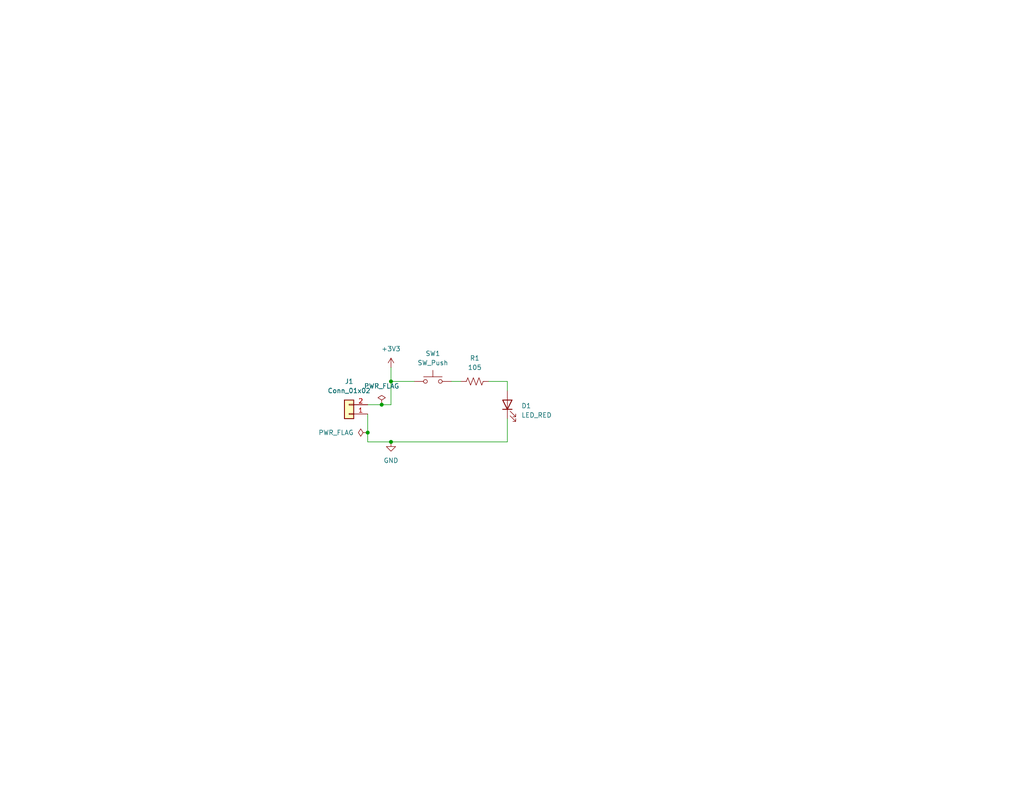
<source format=kicad_sch>
(kicad_sch (version 20230121) (generator eeschema)
  (paper "USLetter")
  (title_block (title "Onboarding Project: LED Circuit") (date "2023-09-06") (rev "1.0") (company "Illini Solar Car") (comment 1 "Designed By: Suneet Roy"))
  (lib_symbols
    (symbol "Connector_Generic:Conn_01x02" (pin_names (offset 1.016) hide)
      (property "Reference" "J" (at 0 2.54 0))
      (property "Value" "Conn_01x02" (at 0 -5.08 0))
      (symbol "Conn_01x02_1_1"
        (rectangle (start -1.27 -2.413) (end 0 -2.667) (stroke (width 0.1524)))
        (rectangle (start -1.27 0.127) (end 0 -0.127) (stroke (width 0.1524)))
        (rectangle (start -1.27 1.27) (end 1.27 -3.81) (stroke (width 0.254)) (fill (type background)))
        (pin passive line (at -5.08 0 0) (length 3.81) (name "Pin_1") (number "1"))
        (pin passive line (at -5.08 -2.54 0) (length 3.81) (name "Pin_2") (number "2"))
      )
    )
    (symbol "Switch:SW_Push" (pin_numbers hide) (pin_names (offset 1.016) hide)
      (property "Reference" "SW" (at 1.27 2.54 0))
      (property "Value" "SW_Push" (at 0 -1.524 0))
      (symbol "SW_Push_0_1"
        (circle (center -2.032 0) (radius 0.508))
        (polyline (pts (xy 0 1.27) (xy 0 3.048)))
        (polyline (pts (xy 2.54 1.27) (xy -2.54 1.27)))
        (circle (center 2.032 0) (radius 0.508))
        (pin passive line (at -5.08 0 0) (length 2.54) (name "1") (number "1"))
        (pin passive line (at 5.08 0 180) (length 2.54) (name "2") (number "2"))
      )
    )
    (symbol "device:LED" (pin_numbers hide) (pin_names (offset 1.016) hide)
      (property "Reference" "D" (at 0 2.54 0))
      (property "Value" "LED" (at 0 -2.54 0))
      (symbol "LED_0_1"
        (polyline (pts (xy -1.27 -1.27) (xy -1.27 1.27)) (stroke (width 0.254)))
        (polyline (pts (xy -1.27 0) (xy 1.27 0)))
        (polyline (pts (xy 1.27 -1.27) (xy 1.27 1.27) (xy -1.27 0) (xy 1.27 -1.27)) (stroke (width 0.254)))
        (polyline (pts (xy -3.048 -0.762) (xy -4.572 -2.286) (xy -3.81 -2.286) (xy -4.572 -2.286) (xy -4.572 -1.524)))
        (polyline (pts (xy -1.778 -0.762) (xy -3.302 -2.286) (xy -2.54 -2.286) (xy -3.302 -2.286) (xy -3.302 -1.524)))
      )
      (symbol "LED_1_1"
        (pin passive line (at -3.81 0 0) (length 2.54) (name "K") (number "1"))
        (pin passive line (at 3.81 0 180) (length 2.54) (name "A") (number "2"))
      )
    )
    (symbol "device:R_US" (pin_numbers hide) (pin_names (offset 0))
      (property "Reference" "R" (at 2.54 0 90))
      (property "Value" "R_US" (at -2.54 0 90))
      (symbol "R_US_0_1"
        (polyline (pts (xy 0 -2.286) (xy 0 -2.54)))
        (polyline (pts (xy 0 2.286) (xy 0 2.54)))
        (polyline (pts (xy 0 -0.762) (xy 1.016 -1.143) (xy 0 -1.524) (xy -1.016 -1.905) (xy 0 -2.286)))
        (polyline (pts (xy 0 0.762) (xy 1.016 0.381) (xy 0 0) (xy -1.016 -0.381) (xy 0 -0.762)))
        (polyline (pts (xy 0 2.286) (xy 1.016 1.905) (xy 0 1.524) (xy -1.016 1.143) (xy 0 0.762)))
      )
      (symbol "R_US_1_1"
        (pin passive line (at 0 3.81 270) (length 1.27) (name "~") (number "1"))
        (pin passive line (at 0 -3.81 90) (length 1.27) (name "~") (number "2"))
      )
    )
    (symbol "power:+3V3" (power) (pin_names (offset 0))
      (property "Value" "+3V3" (at 0 3.556 0))
      (symbol "+3V3_0_1"
        (polyline (pts (xy -0.762 1.27) (xy 0 2.54)))
        (polyline (pts (xy 0 0) (xy 0 2.54)))
        (polyline (pts (xy 0 2.54) (xy 0.762 1.27)))
      )
      (symbol "+3V3_1_1"
        (pin power_in line (at 0 0 90) (length 0) hide (name "+3V3") (number "1"))
      )
    )
    (symbol "power:GND" (power) (pin_names (offset 0))
      (property "Value" "GND" (at 0 -3.81 0))
      (symbol "GND_0_1"
        (polyline (pts (xy 0 0) (xy 0 -1.27) (xy 1.27 -1.27) (xy 0 -2.54) (xy -1.27 -1.27) (xy 0 -1.27)))
      )
      (symbol "GND_1_1"
        (pin power_in line (at 0 0 270) (length 0) hide (name "GND") (number "1"))
      )
    )
    (symbol "power:PWR_FLAG" (power) (pin_numbers hide) (pin_names (offset 0) hide)
      (property "Value" "PWR_FLAG" (at 0 3.81 0))
      (symbol "PWR_FLAG_0_0"
        (pin power_out line (at 0 0 90) (length 0) (name "pwr") (number "1"))
      )
      (symbol "PWR_FLAG_0_1"
        (polyline (pts (xy 0 0) (xy 0 1.27) (xy -1.016 1.905) (xy 0 2.54) (xy 1.016 1.905) (xy 0 1.27)))
      )
    )
  )
  (junction (at 104.14 110.49))
  (junction (at 100.33 118.11))
  (junction (at 106.68 120.65))
  (junction (at 106.68 104.14))
  (wire (pts (xy 100.33 118.11) (xy 100.33 120.65)))
  (wire (pts (xy 104.14 110.49) (xy 106.68 110.49)))
  (wire (pts (xy 138.43 114.3) (xy 138.43 120.65)))
  (wire (pts (xy 100.33 113.03) (xy 100.33 118.11)))
  (wire (pts (xy 138.43 104.14) (xy 138.43 106.68)))
  (wire (pts (xy 123.19 104.14) (xy 125.73 104.14)))
  (wire (pts (xy 106.68 104.14) (xy 106.68 110.49)))
  (wire (pts (xy 133.35 104.14) (xy 138.43 104.14)))
  (wire (pts (xy 106.68 120.65) (xy 138.43 120.65)))
  (wire (pts (xy 106.68 104.14) (xy 113.03 104.14)))
  (wire (pts (xy 100.33 120.65) (xy 106.68 120.65)))
  (wire (pts (xy 106.68 104.14) (xy 106.68 100.33)))
  (wire (pts (xy 100.33 110.49) (xy 104.14 110.49)))
  (symbol (lib_id "Connector_Generic:Conn_01x02") (at 95.25 113.03 180) (unit 1)
    (property "Reference" "J1" (at 95.25 104.14 0))
    (property "Value" "Conn_01x02" (at 95.25 106.68 0))
    (property "Footprint" "Connector_Molex:Molex_KK-254_AE-6410-02A_1x02_P2.54mm_Vertical" (effects hide))
    (property "Datasheet" "https://tools.molex.com/pdm_docs/sd/022272021_sd.pdf" (effects hide))
    (property "MPN" "022272021" (effects hide))
  )
  (symbol (lib_id "Switch:SW_Push") (at 118.11 104.14 0) (unit 1)
    (property "Reference" "SW1" (at 118.11 96.52 0))
    (property "Value" "SW_Push" (at 118.11 99.06 0))
    (property "Footprint" "Button_Switch_SMD:SW_DIP_SPSTx01_Slide_6.7x4.1mm_W8.61mm_P2.54mm_LowProfile" (effects hide))
    (property "Datasheet" "https://www.te.com/usa-en/product-1825910-6.datasheet.pdf" (effects hide))
    (property "MPN" "1825910-6" (effects hide))
  )
  (symbol (lib_id "power:+3V3") (at 106.68 100.33 0) (unit 1)
    (property "Reference" "#PWR01" (effects hide))
    (property "Value" "+3V3" (at 106.68 95.25 0))
  )
  (symbol (lib_id "power:PWR_FLAG") (at 104.14 110.49 0) (unit 1)
    (property "Reference" "#FLG01" (effects hide))
    (property "Value" "PWR_FLAG" (at 104.14 105.41 0))
  )
  (symbol (lib_id "power:GND") (at 106.68 120.65 0) (unit 1)
    (property "Reference" "#PWR02" (effects hide))
    (property "Value" "GND" (at 106.68 125.73 0))
  )
  (symbol (lib_id "device:LED") (at 138.43 110.49 90) (unit 1)
    (property "Reference" "D1" (at 142.24 110.8075 90) (effects (justify right)))
    (property "Value" "LED_RED" (at 142.24 113.3475 90) (effects (justify right)))
    (property "Footprint" "layout:LED_0603_Symbol_on_F.SilkS" (effects hide))
  )
  (symbol (lib_id "power:PWR_FLAG") (at 100.33 118.11 90) (unit 1)
    (property "Reference" "#FLG02" (effects hide))
    (property "Value" "PWR_FLAG" (at 96.52 118.11 90) (effects (justify left)))
  )
  (symbol (lib_id "device:R_US") (at 129.54 104.14 90) (unit 1)
    (property "Reference" "R1" (at 129.54 97.79 90))
    (property "Value" "105" (at 129.54 100.33 90))
    (property "Footprint" "Resistor_SMD:R_0603_1608Metric_Pad0.98x0.95mm_HandSolder" (effects hide))
  )
)
</source>
